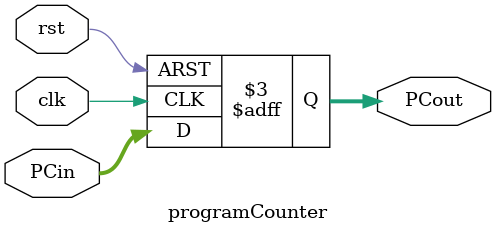
<source format=v>
module programCounter (clk, rst, PCin, PCout);
	
	//inputs
	input clk, rst;
	input [5:0] PCin;
	
	//outputs 
	output reg [5:0] PCout;
	
	//Counter logic
	always@(posedge clk, negedge rst) begin
		if(~rst) begin
			PCout <= 6'b111111;// should be all 0's maybe?
		end
		else begin
			PCout <= PCin;
		end
	end
	
endmodule

</source>
